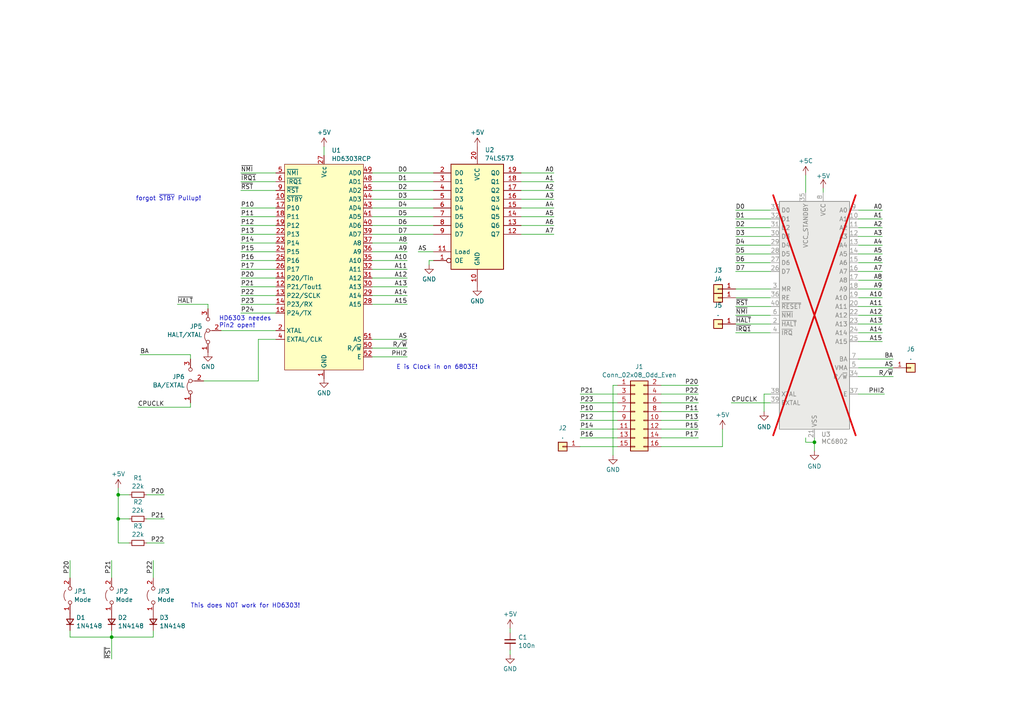
<source format=kicad_sch>
(kicad_sch (version 20230121) (generator eeschema)
  (paper "A4")
  (lib_symbols
    (symbol "74xx:74LS573" (pin_names (offset 1.016))
      (property "Reference" "U" (at -7.62 16.51 0))
      (property "Value" "74LS573" (at -7.62 -16.51 0))
      (symbol "74LS573_1_0"
        (pin input inverted (at -12.7 -12.7 0) (length 5.08) (name "OE") (number "1"))
        (pin power_in line (at 0 -20.32 90) (length 5.08) (name "GND") (number "10"))
        (pin input line (at -12.7 -10.16 0) (length 5.08) (name "Load") (number "11"))
        (pin tri_state line (at 12.7 -5.08 180) (length 5.08) (name "Q7") (number "12"))
        (pin tri_state line (at 12.7 -2.54 180) (length 5.08) (name "Q6") (number "13"))
        (pin tri_state line (at 12.7 0 180) (length 5.08) (name "Q5") (number "14"))
        (pin tri_state line (at 12.7 2.54 180) (length 5.08) (name "Q4") (number "15"))
        (pin tri_state line (at 12.7 5.08 180) (length 5.08) (name "Q3") (number "16"))
        (pin tri_state line (at 12.7 7.62 180) (length 5.08) (name "Q2") (number "17"))
        (pin tri_state line (at 12.7 10.16 180) (length 5.08) (name "Q1") (number "18"))
        (pin tri_state line (at 12.7 12.7 180) (length 5.08) (name "Q0") (number "19"))
        (pin input line (at -12.7 12.7 0) (length 5.08) (name "D0") (number "2"))
        (pin power_in line (at 0 20.32 270) (length 5.08) (name "VCC") (number "20"))
        (pin input line (at -12.7 10.16 0) (length 5.08) (name "D1") (number "3"))
        (pin input line (at -12.7 7.62 0) (length 5.08) (name "D2") (number "4"))
        (pin input line (at -12.7 5.08 0) (length 5.08) (name "D3") (number "5"))
        (pin input line (at -12.7 2.54 0) (length 5.08) (name "D4") (number "6"))
        (pin input line (at -12.7 0 0) (length 5.08) (name "D5") (number "7"))
        (pin input line (at -12.7 -2.54 0) (length 5.08) (name "D6") (number "8"))
        (pin input line (at -12.7 -5.08 0) (length 5.08) (name "D7") (number "9"))
      )
      (symbol "74LS573_1_1"
        (rectangle (start -7.62 15.24) (end 7.62 -15.24) (stroke (width 0.254)) (fill (type background)))
      )
    )
    (symbol "CPU_NXP_6800:MC6802"
      (property "Reference" "U" (at -8.89 34.29 0))
      (property "Value" "MC6802" (at 10.16 34.29 0))
      (symbol "MC6802_0_1"
        (rectangle (start -10.16 -33.02) (end 10.16 33.02) (stroke (width 0.254)) (fill (type background)))
      )
      (symbol "MC6802_1_1"
        (pin passive line (at 0 -35.56 90) (length 2.54) hide (name "VSS") (number "1"))
        (pin output line (at 12.7 27.94 180) (length 2.54) (name "A1") (number "10"))
        (pin output line (at 12.7 25.4 180) (length 2.54) (name "A2") (number "11"))
        (pin output line (at 12.7 22.86 180) (length 2.54) (name "A3") (number "12"))
        (pin output line (at 12.7 20.32 180) (length 2.54) (name "A4") (number "13"))
        (pin output line (at 12.7 17.78 180) (length 2.54) (name "A5") (number "14"))
        (pin output line (at 12.7 15.24 180) (length 2.54) (name "A6") (number "15"))
        (pin output line (at 12.7 12.7 180) (length 2.54) (name "A7") (number "16"))
        (pin output line (at 12.7 10.16 180) (length 2.54) (name "A8") (number "17"))
        (pin output line (at 12.7 7.62 180) (length 2.54) (name "A9") (number "18"))
        (pin output line (at 12.7 5.08 180) (length 2.54) (name "A10") (number "19"))
        (pin input line (at -12.7 -2.54 0) (length 2.54) (name "~{HALT}") (number "2"))
        (pin output line (at 12.7 2.54 180) (length 2.54) (name "A11") (number "20"))
        (pin power_in line (at 0 -35.56 90) (length 2.54) (name "VSS") (number "21"))
        (pin output line (at 12.7 0 180) (length 2.54) (name "A12") (number "22"))
        (pin output line (at 12.7 -2.54 180) (length 2.54) (name "A13") (number "23"))
        (pin output line (at 12.7 -5.08 180) (length 2.54) (name "A14") (number "24"))
        (pin output line (at 12.7 -7.62 180) (length 2.54) (name "A15") (number "25"))
        (pin bidirectional line (at -12.7 12.7 0) (length 2.54) (name "D7") (number "26"))
        (pin bidirectional line (at -12.7 15.24 0) (length 2.54) (name "D6") (number "27"))
        (pin bidirectional line (at -12.7 17.78 0) (length 2.54) (name "D5") (number "28"))
        (pin bidirectional line (at -12.7 20.32 0) (length 2.54) (name "D4") (number "29"))
        (pin input line (at -12.7 7.62 0) (length 2.54) (name "MR") (number "3"))
        (pin bidirectional line (at -12.7 22.86 0) (length 2.54) (name "D3") (number "30"))
        (pin bidirectional line (at -12.7 25.4 0) (length 2.54) (name "D2") (number "31"))
        (pin bidirectional line (at -12.7 27.94 0) (length 2.54) (name "D1") (number "32"))
        (pin bidirectional line (at -12.7 30.48 0) (length 2.54) (name "D0") (number "33"))
        (pin output line (at 12.7 -17.78 180) (length 2.54) (name "R/~{W}") (number "34"))
        (pin power_in line (at -2.54 35.56 270) (length 2.54) (name "VCC_STANDBY") (number "35"))
        (pin input line (at -12.7 5.08 0) (length 2.54) (name "RE") (number "36"))
        (pin output line (at 12.7 -22.86 180) (length 2.54) (name "E") (number "37"))
        (pin passive line (at -12.7 -22.86 0) (length 2.54) (name "XTAL") (number "38"))
        (pin passive line (at -12.7 -25.4 0) (length 2.54) (name "EXTAL") (number "39"))
        (pin input line (at -12.7 -5.08 0) (length 2.54) (name "~{IRQ}") (number "4"))
        (pin input line (at -12.7 2.54 0) (length 2.54) (name "~{RESET}") (number "40"))
        (pin output line (at 12.7 -15.24 180) (length 2.54) (name "VMA") (number "5"))
        (pin input line (at -12.7 0 0) (length 2.54) (name "~{NMI}") (number "6"))
        (pin output line (at 12.7 -12.7 180) (length 2.54) (name "BA") (number "7"))
        (pin power_in line (at 2.54 35.56 270) (length 2.54) (name "VCC") (number "8"))
        (pin output line (at 12.7 30.48 180) (length 2.54) (name "A0") (number "9"))
      )
    )
    (symbol "Connector_Generic:Conn_01x01" (pin_names (offset 1.016) hide)
      (property "Reference" "J" (at 0 2.54 0))
      (property "Value" "Conn_01x01" (at 0 -2.54 0))
      (symbol "Conn_01x01_1_1"
        (rectangle (start -1.27 0.127) (end 0 -0.127) (stroke (width 0.1524)))
        (rectangle (start -1.27 1.27) (end 1.27 -1.27) (stroke (width 0.254)) (fill (type background)))
        (pin passive line (at -5.08 0 0) (length 3.81) (name "Pin_1") (number "1"))
      )
    )
    (symbol "Connector_Generic:Conn_02x08_Odd_Even" (pin_names (offset 1.016) hide)
      (property "Reference" "J" (at 1.27 10.16 0))
      (property "Value" "Conn_02x08_Odd_Even" (at 1.27 -12.7 0))
      (symbol "Conn_02x08_Odd_Even_1_1"
        (rectangle (start -1.27 -10.033) (end 0 -10.287) (stroke (width 0.1524)))
        (rectangle (start -1.27 -7.493) (end 0 -7.747) (stroke (width 0.1524)))
        (rectangle (start -1.27 -4.953) (end 0 -5.207) (stroke (width 0.1524)))
        (rectangle (start -1.27 -2.413) (end 0 -2.667) (stroke (width 0.1524)))
        (rectangle (start -1.27 0.127) (end 0 -0.127) (stroke (width 0.1524)))
        (rectangle (start -1.27 2.667) (end 0 2.413) (stroke (width 0.1524)))
        (rectangle (start -1.27 5.207) (end 0 4.953) (stroke (width 0.1524)))
        (rectangle (start -1.27 7.747) (end 0 7.493) (stroke (width 0.1524)))
        (rectangle (start -1.27 8.89) (end 3.81 -11.43) (stroke (width 0.254)) (fill (type background)))
        (rectangle (start 3.81 -10.033) (end 2.54 -10.287) (stroke (width 0.1524)))
        (rectangle (start 3.81 -7.493) (end 2.54 -7.747) (stroke (width 0.1524)))
        (rectangle (start 3.81 -4.953) (end 2.54 -5.207) (stroke (width 0.1524)))
        (rectangle (start 3.81 -2.413) (end 2.54 -2.667) (stroke (width 0.1524)))
        (rectangle (start 3.81 0.127) (end 2.54 -0.127) (stroke (width 0.1524)))
        (rectangle (start 3.81 2.667) (end 2.54 2.413) (stroke (width 0.1524)))
        (rectangle (start 3.81 5.207) (end 2.54 4.953) (stroke (width 0.1524)))
        (rectangle (start 3.81 7.747) (end 2.54 7.493) (stroke (width 0.1524)))
        (pin passive line (at -5.08 7.62 0) (length 3.81) (name "Pin_1") (number "1"))
        (pin passive line (at 7.62 -2.54 180) (length 3.81) (name "Pin_10") (number "10"))
        (pin passive line (at -5.08 -5.08 0) (length 3.81) (name "Pin_11") (number "11"))
        (pin passive line (at 7.62 -5.08 180) (length 3.81) (name "Pin_12") (number "12"))
        (pin passive line (at -5.08 -7.62 0) (length 3.81) (name "Pin_13") (number "13"))
        (pin passive line (at 7.62 -7.62 180) (length 3.81) (name "Pin_14") (number "14"))
        (pin passive line (at -5.08 -10.16 0) (length 3.81) (name "Pin_15") (number "15"))
        (pin passive line (at 7.62 -10.16 180) (length 3.81) (name "Pin_16") (number "16"))
        (pin passive line (at 7.62 7.62 180) (length 3.81) (name "Pin_2") (number "2"))
        (pin passive line (at -5.08 5.08 0) (length 3.81) (name "Pin_3") (number "3"))
        (pin passive line (at 7.62 5.08 180) (length 3.81) (name "Pin_4") (number "4"))
        (pin passive line (at -5.08 2.54 0) (length 3.81) (name "Pin_5") (number "5"))
        (pin passive line (at 7.62 2.54 180) (length 3.81) (name "Pin_6") (number "6"))
        (pin passive line (at -5.08 0 0) (length 3.81) (name "Pin_7") (number "7"))
        (pin passive line (at 7.62 0 180) (length 3.81) (name "Pin_8") (number "8"))
        (pin passive line (at -5.08 -2.54 0) (length 3.81) (name "Pin_9") (number "9"))
      )
    )
    (symbol "Device:C_Small" (pin_numbers hide) (pin_names (offset 0.254) hide)
      (property "Reference" "C" (at 0.254 1.778 0))
      (property "Value" "C_Small" (at 0.254 -2.032 0))
      (symbol "C_Small_0_1"
        (polyline (pts (xy -1.524 -0.508) (xy 1.524 -0.508)) (stroke (width 0.3302)))
        (polyline (pts (xy -1.524 0.508) (xy 1.524 0.508)) (stroke (width 0.3048)))
      )
      (symbol "C_Small_1_1"
        (pin passive line (at 0 2.54 270) (length 2.032) (name "~") (number "1"))
        (pin passive line (at 0 -2.54 90) (length 2.032) (name "~") (number "2"))
      )
    )
    (symbol "Device:D_Small" (pin_numbers hide) (pin_names (offset 0.254) hide)
      (property "Reference" "D" (at -1.27 2.032 0))
      (property "Value" "D_Small" (at -3.81 -2.032 0))
      (symbol "D_Small_0_1"
        (polyline (pts (xy -0.762 -1.016) (xy -0.762 1.016)) (stroke (width 0.254)))
        (polyline (pts (xy -0.762 0) (xy 0.762 0)))
        (polyline (pts (xy 0.762 -1.016) (xy -0.762 0) (xy 0.762 1.016) (xy 0.762 -1.016)) (stroke (width 0.254)))
      )
      (symbol "D_Small_1_1"
        (pin passive line (at -2.54 0 0) (length 1.778) (name "K") (number "1"))
        (pin passive line (at 2.54 0 180) (length 1.778) (name "A") (number "2"))
      )
    )
    (symbol "Device:R_Small" (pin_numbers hide) (pin_names (offset 0.254) hide)
      (property "Reference" "R" (at 0.762 0.508 0))
      (property "Value" "R_Small" (at 0.762 -1.016 0))
      (symbol "R_Small_0_1"
        (rectangle (start -0.762 1.778) (end 0.762 -1.778) (stroke (width 0.2032)))
      )
      (symbol "R_Small_1_1"
        (pin passive line (at 0 2.54 270) (length 0.762) (name "~") (number "1"))
        (pin passive line (at 0 -2.54 90) (length 0.762) (name "~") (number "2"))
      )
    )
    (symbol "Jumper:Jumper_2_Open" (pin_names (offset 0) hide)
      (property "Reference" "JP" (at 0 2.794 0))
      (property "Value" "Jumper_2_Open" (at 0 -2.286 0))
      (symbol "Jumper_2_Open_0_0"
        (circle (center -2.032 0) (radius 0.508))
        (circle (center 2.032 0) (radius 0.508))
      )
      (symbol "Jumper_2_Open_0_1"
        (arc (start 1.524 1.27) (mid 0 1.778) (end -1.524 1.27))
      )
      (symbol "Jumper_2_Open_1_1"
        (pin passive line (at -5.08 0 0) (length 2.54) (name "A") (number "1"))
        (pin passive line (at 5.08 0 180) (length 2.54) (name "B") (number "2"))
      )
    )
    (symbol "Jumper:Jumper_3_Bridged12" (pin_names (offset 0) hide)
      (property "Reference" "JP" (at -2.54 -2.54 0))
      (property "Value" "Jumper_3_Bridged12" (at 0 2.794 0))
      (symbol "Jumper_3_Bridged12_0_0"
        (circle (center -3.302 0) (radius 0.508))
        (circle (center 0 0) (radius 0.508))
        (circle (center 3.302 0) (radius 0.508))
      )
      (symbol "Jumper_3_Bridged12_0_1"
        (arc (start -0.254 0.508) (mid -1.651 0.9912) (end -3.048 0.508))
        (polyline (pts (xy 0 -1.27) (xy 0 -0.508)))
      )
      (symbol "Jumper_3_Bridged12_1_1"
        (pin passive line (at -6.35 0 0) (length 2.54) (name "A") (number "1"))
        (pin passive line (at 0 -3.81 90) (length 2.54) (name "C") (number "2"))
        (pin passive line (at 6.35 0 180) (length 2.54) (name "B") (number "3"))
      )
    )
    (symbol "my_ics_new:HD6303RCP"
      (property "Reference" "U" (at 3.175 33.02 0))
      (property "Value" "HD6303RCP" (at 7.62 30.48 0))
      (symbol "HD6303RCP_1_1"
        (rectangle (start -11.43 29.21) (end 11.43 -30.48) (fill (type background)))
        (pin power_in line (at 0 -33.02 90) (length 2.54) (name "GND") (number "1"))
        (pin input line (at -13.97 19.05 0) (length 2.54) (name "~{STBY}") (number "10"))
        (pin bidirectional line (at -13.97 -3.81 0) (length 2.54) (name "P20/Tin") (number "11"))
        (pin bidirectional line (at -13.97 -6.35 0) (length 2.54) (name "P21/Tout1") (number "12"))
        (pin bidirectional line (at -13.97 -8.89 0) (length 2.54) (name "P22/SCLK") (number "13"))
        (pin bidirectional line (at -13.97 -11.43 0) (length 2.54) (name "P23/RX") (number "14"))
        (pin bidirectional line (at -13.97 -13.97 0) (length 2.54) (name "P24/TX") (number "15"))
        (pin power_in line (at -13.97 16.51 0) (length 2.54) (name "P10") (number "17"))
        (pin power_in line (at -13.97 13.97 0) (length 2.54) (name "P11") (number "18"))
        (pin power_in line (at -13.97 11.43 0) (length 2.54) (name "P12") (number "19"))
        (pin output line (at -13.97 -19.05 0) (length 2.54) (name "XTAL") (number "2"))
        (pin no_connect line (at -3.81 13.97 180) (length 2.54) hide (name "") (number "20"))
        (pin no_connect line (at -3.81 11.43 180) (length 2.54) hide (name "") (number "21"))
        (pin power_in line (at -13.97 8.89 0) (length 2.54) (name "P13") (number "22"))
        (pin power_in line (at -13.97 6.35 0) (length 2.54) (name "P14") (number "23"))
        (pin power_in line (at -13.97 3.81 0) (length 2.54) (name "P15") (number "24"))
        (pin power_in line (at -13.97 1.27 0) (length 2.54) (name "P16") (number "25"))
        (pin power_in line (at -13.97 -1.27 0) (length 2.54) (name "P17") (number "26"))
        (pin power_in line (at 0 31.75 270) (length 2.54) (name "Vcc") (number "27"))
        (pin power_in line (at 13.97 -11.43 180) (length 2.54) (name "A15") (number "28"))
        (pin power_in line (at 13.97 -8.89 180) (length 2.54) (name "A14") (number "29"))
        (pin power_in line (at 13.97 -6.35 180) (length 2.54) (name "A13") (number "30"))
        (pin power_in line (at 13.97 -3.81 180) (length 2.54) (name "A12") (number "31"))
        (pin power_in line (at 13.97 -1.27 180) (length 2.54) (name "A11") (number "32"))
        (pin no_connect line (at -3.81 8.89 180) (length 2.54) hide (name "") (number "33"))
        (pin no_connect line (at -3.81 6.35 180) (length 2.54) hide (name "") (number "34"))
        (pin power_in line (at 13.97 1.27 180) (length 2.54) (name "A10") (number "35"))
        (pin power_in line (at 13.97 3.81 180) (length 2.54) (name "A9") (number "36"))
        (pin power_in line (at 13.97 6.35 180) (length 2.54) (name "A8") (number "37"))
        (pin bidirectional line (at 13.97 8.89 180) (length 2.54) (name "AD7") (number "39"))
        (pin input line (at -13.97 -21.59 0) (length 2.54) (name "EXTAL/CLK") (number "4"))
        (pin bidirectional line (at 13.97 11.43 180) (length 2.54) (name "AD6") (number "40"))
        (pin bidirectional line (at 13.97 13.97 180) (length 2.54) (name "AD5") (number "41"))
        (pin no_connect line (at -3.81 3.81 180) (length 2.54) hide (name "") (number "42"))
        (pin bidirectional line (at 13.97 16.51 180) (length 2.54) (name "AD4") (number "43"))
        (pin bidirectional line (at 13.97 19.05 180) (length 2.54) (name "AD3") (number "44"))
        (pin bidirectional line (at 13.97 21.59 180) (length 2.54) (name "AD2") (number "45"))
        (pin no_connect line (at -3.81 1.27 180) (length 2.54) hide (name "") (number "46"))
        (pin no_connect line (at -3.81 -1.27 180) (length 2.54) hide (name "") (number "47"))
        (pin bidirectional line (at 13.97 24.13 180) (length 2.54) (name "AD1") (number "48"))
        (pin bidirectional line (at 13.97 26.67 180) (length 2.54) (name "AD0") (number "49"))
        (pin input line (at -13.97 26.67 0) (length 2.54) (name "~{NMI}") (number "5"))
        (pin output line (at 13.97 -24.13 180) (length 2.54) (name "R/~{W}") (number "50"))
        (pin output line (at 13.97 -21.59 180) (length 2.54) (name "AS") (number "51"))
        (pin output line (at 13.97 -26.67 180) (length 2.54) (name "E") (number "52"))
        (pin input line (at -13.97 24.13 0) (length 2.54) (name "~{IRQ1}") (number "6"))
        (pin no_connect line (at -3.81 19.05 180) (length 2.54) hide (name "") (number "7"))
        (pin no_connect line (at -3.81 16.51 180) (length 2.54) hide (name "") (number "8"))
        (pin input line (at -13.97 21.59 0) (length 2.54) (name "~{RST}") (number "9"))
      )
    )
    (symbol "power:+5C" (power) (pin_names (offset 0))
      (property "Value" "+5C" (at 0 3.556 0))
      (symbol "+5C_0_1"
        (polyline (pts (xy -0.762 1.27) (xy 0 2.54)))
        (polyline (pts (xy 0 0) (xy 0 2.54)))
        (polyline (pts (xy 0 2.54) (xy 0.762 1.27)))
      )
      (symbol "+5C_1_1"
        (pin power_in line (at 0 0 90) (length 0) hide (name "+5C") (number "1"))
      )
    )
    (symbol "power:+5V" (power) (pin_names (offset 0))
      (property "Value" "+5V" (at 0 3.556 0))
      (symbol "+5V_0_1"
        (polyline (pts (xy -0.762 1.27) (xy 0 2.54)))
        (polyline (pts (xy 0 0) (xy 0 2.54)))
        (polyline (pts (xy 0 2.54) (xy 0.762 1.27)))
      )
      (symbol "+5V_1_1"
        (pin power_in line (at 0 0 90) (length 0) hide (name "+5V") (number "1"))
      )
    )
    (symbol "power:GND" (power) (pin_names (offset 0))
      (property "Value" "GND" (at 0 -3.81 0))
      (symbol "GND_0_1"
        (polyline (pts (xy 0 0) (xy 0 -1.27) (xy 1.27 -1.27) (xy 0 -2.54) (xy -1.27 -1.27) (xy 0 -1.27)))
      )
      (symbol "GND_1_1"
        (pin power_in line (at 0 0 270) (length 0) hide (name "GND") (number "1"))
      )
    )
  )
  (junction (at 34.29 150.495))
  (junction (at 236.22 128.27))
  (junction (at 34.29 143.51))
  (junction (at 32.385 184.785))
  (wire (pts (xy 223.52 73.66) (xy 213.36 73.66)))
  (wire (pts (xy 248.92 99.06) (xy 255.905 99.06)))
  (wire (pts (xy 59.055 110.49) (xy 74.93 110.49)))
  (wire (pts (xy 191.77 127) (xy 202.565 127)))
  (wire (pts (xy 147.955 189.865) (xy 147.955 188.595)))
  (wire (pts (xy 259.08 104.14) (xy 248.92 104.14)))
  (wire (pts (xy 223.52 60.96) (xy 213.36 60.96)))
  (wire (pts (xy 151.13 52.705) (xy 160.655 52.705)))
  (wire (pts (xy 223.52 66.04) (xy 213.36 66.04)))
  (wire (pts (xy 69.85 88.265) (xy 80.01 88.265)))
  (wire (pts (xy 20.32 184.785) (xy 32.385 184.785)))
  (wire (pts (xy 107.95 55.245) (xy 125.73 55.245)))
  (wire (pts (xy 69.85 85.725) (xy 80.01 85.725)))
  (wire (pts (xy 213.36 83.82) (xy 223.52 83.82)))
  (wire (pts (xy 20.32 167.64) (xy 20.32 162.56)))
  (wire (pts (xy 212.09 116.84) (xy 223.52 116.84)))
  (wire (pts (xy 51.435 88.265) (xy 60.325 88.265)))
  (wire (pts (xy 233.68 128.27) (xy 233.68 127)))
  (wire (pts (xy 223.52 114.3) (xy 221.615 114.3)))
  (wire (pts (xy 32.385 184.785) (xy 44.45 184.785)))
  (wire (pts (xy 107.95 73.025) (xy 118.11 73.025)))
  (wire (pts (xy 42.545 157.48) (xy 47.625 157.48)))
  (wire (pts (xy 74.93 110.49) (xy 74.93 98.425)))
  (wire (pts (xy 191.77 129.54) (xy 209.55 129.54)))
  (wire (pts (xy 213.36 88.9) (xy 223.52 88.9)))
  (wire (pts (xy 151.13 60.325) (xy 160.655 60.325)))
  (wire (pts (xy 213.36 96.52) (xy 223.52 96.52)))
  (wire (pts (xy 147.955 182.245) (xy 147.955 183.515)))
  (wire (pts (xy 55.245 116.84) (xy 55.245 118.11)))
  (wire (pts (xy 40.005 118.11) (xy 55.245 118.11)))
  (wire (pts (xy 213.36 86.36) (xy 223.52 86.36)))
  (wire (pts (xy 69.85 78.105) (xy 80.01 78.105)))
  (wire (pts (xy 107.95 75.565) (xy 118.11 75.565)))
  (wire (pts (xy 259.08 106.68) (xy 248.92 106.68)))
  (wire (pts (xy 69.85 83.185) (xy 80.01 83.185)))
  (wire (pts (xy 248.92 96.52) (xy 255.905 96.52)))
  (wire (pts (xy 107.95 57.785) (xy 125.73 57.785)))
  (wire (pts (xy 69.85 73.025) (xy 80.01 73.025)))
  (wire (pts (xy 32.385 184.785) (xy 32.385 191.135)))
  (wire (pts (xy 168.275 119.38) (xy 179.07 119.38)))
  (wire (pts (xy 191.77 116.84) (xy 202.565 116.84)))
  (wire (pts (xy 32.385 184.785) (xy 32.385 182.88)))
  (wire (pts (xy 168.275 121.92) (xy 179.07 121.92)))
  (wire (pts (xy 34.29 150.495) (xy 37.465 150.495)))
  (wire (pts (xy 168.275 124.46) (xy 179.07 124.46)))
  (wire (pts (xy 74.93 98.425) (xy 80.01 98.425)))
  (wire (pts (xy 248.92 93.98) (xy 255.905 93.98)))
  (wire (pts (xy 107.95 83.185) (xy 118.11 83.185)))
  (wire (pts (xy 236.22 128.27) (xy 236.22 130.81)))
  (wire (pts (xy 223.52 68.58) (xy 213.36 68.58)))
  (wire (pts (xy 55.245 102.87) (xy 55.245 104.14)))
  (wire (pts (xy 191.77 119.38) (xy 202.565 119.38)))
  (wire (pts (xy 233.68 50.8) (xy 233.68 55.88)))
  (wire (pts (xy 60.325 89.535) (xy 60.325 88.265)))
  (wire (pts (xy 34.29 141.605) (xy 34.29 143.51)))
  (wire (pts (xy 44.45 184.785) (xy 44.45 182.88)))
  (wire (pts (xy 209.55 124.46) (xy 209.55 129.54)))
  (wire (pts (xy 191.77 124.46) (xy 202.565 124.46)))
  (wire (pts (xy 168.275 114.3) (xy 179.07 114.3)))
  (wire (pts (xy 107.95 52.705) (xy 125.73 52.705)))
  (wire (pts (xy 248.92 60.96) (xy 255.905 60.96)))
  (wire (pts (xy 34.29 150.495) (xy 34.29 157.48)))
  (wire (pts (xy 248.92 83.82) (xy 255.905 83.82)))
  (wire (pts (xy 238.76 54.61) (xy 238.76 55.88)))
  (wire (pts (xy 168.275 116.84) (xy 179.07 116.84)))
  (wire (pts (xy 34.29 143.51) (xy 37.465 143.51)))
  (wire (pts (xy 107.95 67.945) (xy 125.73 67.945)))
  (wire (pts (xy 107.95 70.485) (xy 118.11 70.485)))
  (wire (pts (xy 93.98 42.545) (xy 93.98 45.085)))
  (wire (pts (xy 221.615 114.3) (xy 221.615 119.38)))
  (wire (pts (xy 248.92 71.12) (xy 255.905 71.12)))
  (wire (pts (xy 151.13 65.405) (xy 160.655 65.405)))
  (wire (pts (xy 107.95 80.645) (xy 118.11 80.645)))
  (wire (pts (xy 179.07 111.76) (xy 177.8 111.76)))
  (wire (pts (xy 69.85 70.485) (xy 80.01 70.485)))
  (wire (pts (xy 248.92 73.66) (xy 255.905 73.66)))
  (wire (pts (xy 248.92 86.36) (xy 255.905 86.36)))
  (wire (pts (xy 69.85 65.405) (xy 80.01 65.405)))
  (wire (pts (xy 69.85 75.565) (xy 80.01 75.565)))
  (wire (pts (xy 69.85 67.945) (xy 80.01 67.945)))
  (wire (pts (xy 223.52 76.2) (xy 213.36 76.2)))
  (wire (pts (xy 151.13 50.165) (xy 160.655 50.165)))
  (wire (pts (xy 151.13 62.865) (xy 160.655 62.865)))
  (wire (pts (xy 42.545 143.51) (xy 47.625 143.51)))
  (wire (pts (xy 248.92 76.2) (xy 255.905 76.2)))
  (wire (pts (xy 69.85 60.325) (xy 80.01 60.325)))
  (wire (pts (xy 248.92 68.58) (xy 255.905 68.58)))
  (wire (pts (xy 177.8 111.76) (xy 177.8 132.08)))
  (wire (pts (xy 107.95 78.105) (xy 118.11 78.105)))
  (wire (pts (xy 69.85 50.165) (xy 80.01 50.165)))
  (wire (pts (xy 107.95 103.505) (xy 118.11 103.505)))
  (wire (pts (xy 248.92 88.9) (xy 255.905 88.9)))
  (wire (pts (xy 121.285 73.025) (xy 125.73 73.025)))
  (wire (pts (xy 191.77 111.76) (xy 202.565 111.76)))
  (wire (pts (xy 223.52 63.5) (xy 213.36 63.5)))
  (wire (pts (xy 125.73 75.565) (xy 124.46 75.565)))
  (wire (pts (xy 37.465 157.48) (xy 34.29 157.48)))
  (wire (pts (xy 248.92 78.74) (xy 255.905 78.74)))
  (wire (pts (xy 213.36 93.98) (xy 223.52 93.98)))
  (wire (pts (xy 42.545 150.495) (xy 47.625 150.495)))
  (wire (pts (xy 107.95 88.265) (xy 118.11 88.265)))
  (wire (pts (xy 248.92 91.44) (xy 255.905 91.44)))
  (wire (pts (xy 223.52 71.12) (xy 213.36 71.12)))
  (wire (pts (xy 107.95 50.165) (xy 125.73 50.165)))
  (wire (pts (xy 69.85 62.865) (xy 80.01 62.865)))
  (wire (pts (xy 34.29 143.51) (xy 34.29 150.495)))
  (wire (pts (xy 44.45 167.64) (xy 44.45 162.56)))
  (wire (pts (xy 248.92 63.5) (xy 255.905 63.5)))
  (wire (pts (xy 20.32 182.88) (xy 20.32 184.785)))
  (wire (pts (xy 151.13 55.245) (xy 160.655 55.245)))
  (wire (pts (xy 69.85 55.245) (xy 80.01 55.245)))
  (wire (pts (xy 213.36 91.44) (xy 223.52 91.44)))
  (wire (pts (xy 107.95 98.425) (xy 118.11 98.425)))
  (wire (pts (xy 259.08 109.22) (xy 248.92 109.22)))
  (wire (pts (xy 256.54 114.3) (xy 248.92 114.3)))
  (wire (pts (xy 191.77 121.92) (xy 202.565 121.92)))
  (wire (pts (xy 124.46 75.565) (xy 124.46 76.835)))
  (wire (pts (xy 223.52 78.74) (xy 213.36 78.74)))
  (wire (pts (xy 107.95 85.725) (xy 118.11 85.725)))
  (wire (pts (xy 107.95 65.405) (xy 125.73 65.405)))
  (wire (pts (xy 191.77 114.3) (xy 202.565 114.3)))
  (wire (pts (xy 107.95 60.325) (xy 125.73 60.325)))
  (wire (pts (xy 248.92 81.28) (xy 255.905 81.28)))
  (wire (pts (xy 236.22 127) (xy 236.22 128.27)))
  (wire (pts (xy 69.85 52.705) (xy 80.01 52.705)))
  (wire (pts (xy 168.275 127) (xy 179.07 127)))
  (wire (pts (xy 107.95 62.865) (xy 125.73 62.865)))
  (wire (pts (xy 151.13 67.945) (xy 160.655 67.945)))
  (wire (pts (xy 168.275 129.54) (xy 179.07 129.54)))
  (wire (pts (xy 248.92 66.04) (xy 255.905 66.04)))
  (wire (pts (xy 69.85 90.805) (xy 80.01 90.805)))
  (wire (pts (xy 236.22 128.27) (xy 233.68 128.27)))
  (wire (pts (xy 64.135 95.885) (xy 80.01 95.885)))
  (wire (pts (xy 69.85 80.645) (xy 80.01 80.645)))
  (wire (pts (xy 40.64 102.87) (xy 55.245 102.87)))
  (wire (pts (xy 32.385 167.64) (xy 32.385 162.56)))
  (wire (pts (xy 107.95 100.965) (xy 118.11 100.965)))
  (wire (pts (xy 151.13 57.785) (xy 160.655 57.785)))
  (text "forgot ~{STBY} Pullup!" (at 39.37 58.42 0) (effects (font (size 1.27 1.27)) (justify left bottom)))
  (text "This does NOT work for HD6303!" (at 55.245 176.53 0) (effects (font (size 1.27 1.27)) (justify left bottom)))
  (text "E is Clock in on 6803E!" (at 114.935 107.315 0) (effects (font (size 1.27 1.27)) (justify left bottom)))
  (text "HD6303 needes\nPin2 open!" (at 63.5 95.25 0) (effects (font (size 1.27 1.27)) (justify left bottom)))
  (label "P24" (at 69.85 90.805 0))
  (label "A8" (at 255.905 81.28 180))
  (label "P20" (at 202.565 111.76 180))
  (label "P16" (at 168.275 127 0))
  (label "D3" (at 118.11 57.785 180))
  (label "R{slash}~{W}" (at 118.11 100.965 180))
  (label "PHI2" (at 256.54 114.3 180))
  (label "P10" (at 69.85 60.325 0))
  (label "BA" (at 259.08 104.14 180))
  (label "PHI2" (at 118.11 103.505 180))
  (label "P15" (at 202.565 124.46 180))
  (label "P13" (at 69.85 67.945 0))
  (label "P23" (at 168.275 116.84 0))
  (label "D1" (at 213.36 63.5 0))
  (label "~{IRQ1}" (at 69.85 52.705 0))
  (label "A14" (at 255.905 96.52 180))
  (label "A7" (at 160.655 67.945 180))
  (label "D7" (at 213.36 78.74 0))
  (label "~{NMI}" (at 213.36 91.44 0))
  (label "P14" (at 168.275 124.46 0))
  (label "P17" (at 69.85 78.105 0))
  (label "A6" (at 255.905 76.2 180))
  (label "AS" (at 121.285 73.025 0))
  (label "A15" (at 118.11 88.265 180))
  (label "~{HALT}" (at 51.435 88.265 0))
  (label "R{slash}~{W}" (at 259.08 109.22 180))
  (label "P21" (at 47.625 150.495 180))
  (label "D3" (at 213.36 68.58 0))
  (label "P22" (at 202.565 114.3 180))
  (label "P11" (at 202.565 119.38 180))
  (label "D6" (at 213.36 76.2 0))
  (label "P17" (at 202.565 127 180))
  (label "A5" (at 255.905 73.66 180))
  (label "A6" (at 160.655 65.405 180))
  (label "A5" (at 160.655 62.865 180))
  (label "P21" (at 168.275 114.3 0))
  (label "P13" (at 202.565 121.92 180))
  (label "A1" (at 255.905 63.5 180))
  (label "P14" (at 69.85 70.485 0))
  (label "P20" (at 69.85 80.645 0))
  (label "P15" (at 69.85 73.025 0))
  (label "AS" (at 118.11 98.425 180))
  (label "D0" (at 213.36 60.96 0))
  (label "BA" (at 40.64 102.87 0))
  (label "D7" (at 118.11 67.945 180))
  (label "D2" (at 213.36 66.04 0))
  (label "~{IRQ1}" (at 213.36 96.52 0))
  (label "A3" (at 255.905 68.58 180))
  (label "D5" (at 213.36 73.66 0))
  (label "CPUCLK" (at 40.005 118.11 0))
  (label "A12" (at 118.11 80.645 180))
  (label "P24" (at 202.565 116.84 180))
  (label "AS" (at 259.08 106.68 180))
  (label "D6" (at 118.11 65.405 180))
  (label "A0" (at 255.905 60.96 180))
  (label "P10" (at 168.275 119.38 0))
  (label "D0" (at 118.11 50.165 180))
  (label "D1" (at 118.11 52.705 180))
  (label "P21" (at 32.385 162.56 270))
  (label "P22" (at 44.45 162.56 270))
  (label "D5" (at 118.11 62.865 180))
  (label "P23" (at 69.85 88.265 0))
  (label "P22" (at 47.625 157.48 180))
  (label "D2" (at 118.11 55.245 180))
  (label "A8" (at 118.11 70.485 180))
  (label "A0" (at 160.655 50.165 180))
  (label "A2" (at 255.905 66.04 180))
  (label "~{HALT}" (at 213.36 93.98 0))
  (label "~{RST}" (at 69.85 55.245 0))
  (label "A13" (at 118.11 83.185 180))
  (label "CPUCLK" (at 212.09 116.84 0))
  (label "A11" (at 255.905 88.9 180))
  (label "A9" (at 118.11 73.025 180))
  (label "A10" (at 118.11 75.565 180))
  (label "A10" (at 255.905 86.36 180))
  (label "P20" (at 47.625 143.51 180))
  (label "~{RST}" (at 213.36 88.9 0))
  (label "P22" (at 69.85 85.725 0))
  (label "A2" (at 160.655 55.245 180))
  (label "A12" (at 255.905 91.44 180))
  (label "A13" (at 255.905 93.98 180))
  (label "A4" (at 160.655 60.325 180))
  (label "A9" (at 255.905 83.82 180))
  (label "A3" (at 160.655 57.785 180))
  (label "P11" (at 69.85 62.865 0))
  (label "A7" (at 255.905 78.74 180))
  (label "A14" (at 118.11 85.725 180))
  (label "A4" (at 255.905 71.12 180))
  (label "P21" (at 69.85 83.185 0))
  (label "A15" (at 255.905 99.06 180))
  (label "A11" (at 118.11 78.105 180))
  (label "~{NMI}" (at 69.85 50.165 0))
  (label "P20" (at 20.32 162.56 270))
  (label "P16" (at 69.85 75.565 0))
  (label "P12" (at 69.85 65.405 0))
  (label "D4" (at 213.36 71.12 0))
  (label "P12" (at 168.275 121.92 0))
  (label "D4" (at 118.11 60.325 180))
  (label "A1" (at 160.655 52.705 180))
  (label "~{RST}" (at 32.385 191.135 90))
  (symbol (lib_id "power:GND") (at 60.325 102.235 0) (unit 1)
    (property "Reference" "#PWR08" (effects hide))
    (property "Value" "GND" (at 60.325 106.3681 0))
  )
  (symbol (lib_id "Connector_Generic:Conn_01x01") (at 208.28 83.82 0) (mirror y) (unit 1)
    (property "Reference" "J3" (at 208.28 78.4057 0))
    (property "Value" "." (at 208.28 80.8299 0))
    (property "Footprint" "Connector_PinHeader_2.00mm:PinHeader_1x01_P2.00mm_Vertical" (effects hide))
  )
  (symbol (lib_id "power:GND") (at 221.615 119.38 0) (mirror y) (unit 1)
    (property "Reference" "#PWR018" (effects hide))
    (property "Value" "GND" (at 221.615 123.8234 0))
  )
  (symbol (lib_id "Device:D_Small") (at 20.32 180.34 90) (unit 1)
    (property "Reference" "D1" (at 22.098 179.1279 90) (effects (justify right)))
    (property "Value" "1N4148" (at 22.098 181.5521 90) (effects (justify right)))
    (property "Footprint" "Diode_SMD:D_1206_3216Metric_Pad1.42x1.75mm_HandSolder" (effects hide))
    (property "Sim.Device" "D" (effects hide))
    (property "Sim.Pins" "1=K 2=A" (effects hide))
  )
  (symbol (lib_id "Jumper:Jumper_2_Open") (at 44.45 172.72 90) (unit 1)
    (property "Reference" "JP3" (at 45.593 171.5079 90) (effects (justify right)))
    (property "Value" "Mode" (at 45.593 173.9321 90) (effects (justify right)))
    (property "Footprint" "Connector_PinHeader_2.54mm:PinHeader_1x02_P2.54mm_Vertical" (effects hide))
  )
  (symbol (lib_id "Device:C_Small") (at 147.955 186.055 0) (unit 1)
    (property "Reference" "C1" (at 150.2791 184.8492 0) (effects (justify left)))
    (property "Value" "100n" (at 150.2791 187.2734 0) (effects (justify left)))
    (property "Footprint" "Capacitor_SMD:C_1206_3216Metric_Pad1.33x1.80mm_HandSolder" (effects hide))
  )
  (symbol (lib_id "Connector_Generic:Conn_02x08_Odd_Even") (at 184.15 119.38 0) (unit 1)
    (property "Reference" "J1" (at 185.42 106.3457 0))
    (property "Value" "Conn_02x08_Odd_Even" (at 185.42 108.7699 0))
    (property "Footprint" "Connector_PinHeader_2.54mm:PinHeader_2x08_P2.54mm_Horizontal" (effects hide))
  )
  (symbol (lib_id "Device:R_Small") (at 40.005 157.48 90) (unit 1)
    (property "Reference" "R3" (at 40.005 152.5991 90))
    (property "Value" "22k" (at 40.005 155.0233 90))
    (property "Footprint" "Resistor_SMD:R_1206_3216Metric_Pad1.30x1.75mm_HandSolder" (effects hide))
  )
  (symbol (lib_id "Device:D_Small") (at 44.45 180.34 90) (unit 1)
    (property "Reference" "D3" (at 46.228 179.1279 90) (effects (justify right)))
    (property "Value" "1N4148" (at 46.228 181.5521 90) (effects (justify right)))
    (property "Footprint" "Diode_SMD:D_1206_3216Metric_Pad1.42x1.75mm_HandSolder" (effects hide))
    (property "Sim.Device" "D" (effects hide))
    (property "Sim.Pins" "1=K 2=A" (effects hide))
  )
  (symbol (lib_id "power:GND") (at 93.98 109.855 0) (unit 1)
    (property "Reference" "#PWR02" (effects hide))
    (property "Value" "GND" (at 93.98 113.9881 0))
  )
  (symbol (lib_id "Device:R_Small") (at 40.005 150.495 90) (unit 1)
    (property "Reference" "R2" (at 40.005 145.6141 90))
    (property "Value" "22k" (at 40.005 148.0383 90))
    (property "Footprint" "Resistor_SMD:R_1206_3216Metric_Pad1.30x1.75mm_HandSolder" (effects hide))
  )
  (symbol (lib_id "power:GND") (at 177.8 132.08 0) (unit 1)
    (property "Reference" "#PWR015" (effects hide))
    (property "Value" "GND" (at 177.8 136.2131 0))
  )
  (symbol (lib_id "Jumper:Jumper_3_Bridged12") (at 60.325 95.885 90) (unit 1)
    (property "Reference" "JP5" (at 58.6989 94.6729 90) (effects (justify left)))
    (property "Value" "HALT/XTAL" (at 58.6989 97.0971 90) (effects (justify left)))
    (property "Footprint" "Connector_PinHeader_2.54mm:PinHeader_1x03_P2.54mm_Vertical" (effects hide))
  )
  (symbol (lib_id "power:GND") (at 147.955 189.865 0) (unit 1)
    (property "Reference" "#PWR04" (effects hide))
    (property "Value" "GND" (at 147.955 193.9981 0))
  )
  (symbol (lib_id "power:GND") (at 236.22 130.81 0) (mirror y) (unit 1)
    (property "Reference" "#PWR019" (effects hide))
    (property "Value" "GND" (at 236.22 135.2534 0))
  )
  (symbol (lib_id "power:+5V") (at 209.55 124.46 0) (unit 1)
    (property "Reference" "#PWR016" (effects hide))
    (property "Value" "+5V" (at 209.55 120.3269 0))
  )
  (symbol (lib_id "Device:D_Small") (at 32.385 180.34 90) (unit 1)
    (property "Reference" "D2" (at 34.163 179.1279 90) (effects (justify right)))
    (property "Value" "1N4148" (at 34.163 181.5521 90) (effects (justify right)))
    (property "Footprint" "Diode_SMD:D_1206_3216Metric_Pad1.42x1.75mm_HandSolder" (effects hide))
    (property "Sim.Device" "D" (effects hide))
    (property "Sim.Pins" "1=K 2=A" (effects hide))
  )
  (symbol (lib_id "power:+5V") (at 34.29 141.605 0) (unit 1)
    (property "Reference" "#PWR09" (effects hide))
    (property "Value" "+5V" (at 34.29 137.4719 0))
  )
  (symbol (lib_id "power:+5V") (at 238.76 54.61 0) (unit 1)
    (property "Reference" "#PWR017" (effects hide))
    (property "Value" "+5V" (at 238.76 51.0342 0))
  )
  (symbol (lib_id "Connector_Generic:Conn_01x01") (at 208.28 93.98 0) (mirror y) (unit 1)
    (property "Reference" "J5" (at 208.28 88.5657 0))
    (property "Value" "." (at 208.28 90.9899 0))
    (property "Footprint" "Connector_PinHeader_2.00mm:PinHeader_1x01_P2.00mm_Vertical" (effects hide))
  )
  (symbol (lib_id "Connector_Generic:Conn_01x01") (at 208.28 86.36 0) (mirror y) (unit 1)
    (property "Reference" "J4" (at 208.28 80.9457 0))
    (property "Value" "." (at 208.28 83.3699 0))
    (property "Footprint" "Connector_PinHeader_2.00mm:PinHeader_1x01_P2.00mm_Vertical" (effects hide))
  )
  (symbol (lib_id "Device:R_Small") (at 40.005 143.51 90) (unit 1)
    (property "Reference" "R1" (at 40.005 138.6291 90))
    (property "Value" "22k" (at 40.005 141.0533 90))
    (property "Footprint" "Resistor_SMD:R_1206_3216Metric_Pad1.30x1.75mm_HandSolder" (effects hide))
  )
  (symbol (lib_id "Connector_Generic:Conn_01x01") (at 264.16 106.68 0) (unit 1)
    (property "Reference" "J6" (at 264.16 101.2657 0))
    (property "Value" "." (at 264.16 103.6899 0))
    (property "Footprint" "Connector_PinHeader_2.00mm:PinHeader_1x01_P2.00mm_Vertical" (effects hide))
  )
  (symbol (lib_id "74xx:74LS573") (at 138.43 62.865 0) (unit 1)
    (property "Reference" "U2" (at 140.6241 43.4807 0) (effects (justify left)))
    (property "Value" "74LS573" (at 140.6241 45.9049 0) (effects (justify left)))
    (property "Footprint" "Package_DIP:DIP-20_W7.62mm_Socket_LongPads" (effects hide))
    (property "Datasheet" "74xx/74hc573.pdf" (effects hide))
  )
  (symbol (lib_id "power:+5C") (at 233.68 50.8 0) (unit 1)
    (property "Reference" "#PWR020" (effects hide))
    (property "Value" "+5C" (at 233.68 46.6669 0))
  )
  (symbol (lib_id "power:GND") (at 138.43 83.185 0) (unit 1)
    (property "Reference" "#PWR01" (effects hide))
    (property "Value" "GND" (at 138.43 87.3181 0))
  )
  (symbol (lib_id "my_ics_new:HD6303RCP") (at 93.98 76.835 0) (unit 1)
    (property "Reference" "U1" (at 96.1741 43.6077 0) (effects (justify left)))
    (property "Value" "HD6303RCP" (at 96.1741 46.0319 0) (effects (justify left)))
    (property "Footprint" "Package_LCC:PLCC-52_SMD-Socket" (effects hide))
  )
  (symbol (lib_id "power:+5V") (at 147.955 182.245 0) (unit 1)
    (property "Reference" "#PWR06" (effects hide))
    (property "Value" "+5V" (at 147.955 178.1119 0))
  )
  (symbol (lib_id "Connector_Generic:Conn_01x01") (at 163.195 129.54 0) (mirror y) (unit 1)
    (property "Reference" "J2" (at 163.195 124.1257 0))
    (property "Value" "." (at 163.195 126.5499 0))
    (property "Footprint" "Connector_PinHeader_2.00mm:PinHeader_1x01_P2.00mm_Vertical" (effects hide))
  )
  (symbol (lib_id "power:+5V") (at 93.98 42.545 0) (unit 1)
    (property "Reference" "#PWR03" (effects hide))
    (property "Value" "+5V" (at 93.98 38.4119 0))
  )
  (symbol (lib_id "Jumper:Jumper_3_Bridged12") (at 55.245 110.49 90) (unit 1)
    (property "Reference" "JP6" (at 53.6189 109.2779 90) (effects (justify left)))
    (property "Value" "BA/EXTAL" (at 53.6189 111.7021 90) (effects (justify left)))
    (property "Footprint" "Connector_PinHeader_2.54mm:PinHeader_1x03_P2.54mm_Vertical" (effects hide))
  )
  (symbol (lib_id "CPU_NXP_6800:MC6802") (at 236.22 91.44 0) (unit 1) (in_bom no) (dnp yes)
    (property "Reference" "U3" (at 238.1759 125.992 0) (effects (justify left)))
    (property "Value" "MC6802" (at 238.1759 128.04 0) (effects (justify left)))
    (property "Footprint" "Package_DIP:DIP-40_W15.24mm" (effects hide))
    (property "Datasheet" "https://www.jameco.com/Jameco/Products/ProdDS/43502.pdf" (effects hide))
  )
  (symbol (lib_id "power:+5V") (at 138.43 42.545 0) (unit 1)
    (property "Reference" "#PWR05" (effects hide))
    (property "Value" "+5V" (at 138.43 38.4119 0))
  )
  (symbol (lib_id "Jumper:Jumper_2_Open") (at 20.32 172.72 90) (unit 1)
    (property "Reference" "JP1" (at 21.463 171.5079 90) (effects (justify right)))
    (property "Value" "Mode" (at 21.463 173.9321 90) (effects (justify right)))
    (property "Footprint" "Connector_PinHeader_2.54mm:PinHeader_1x02_P2.54mm_Vertical" (effects hide))
  )
  (symbol (lib_id "power:GND") (at 124.46 76.835 0) (unit 1)
    (property "Reference" "#PWR07" (effects hide))
    (property "Value" "GND" (at 124.46 80.9681 0))
  )
  (symbol (lib_id "Jumper:Jumper_2_Open") (at 32.385 172.72 90) (unit 1)
    (property "Reference" "JP2" (at 33.528 171.5079 90) (effects (justify right)))
    (property "Value" "Mode" (at 33.528 173.9321 90) (effects (justify right)))
    (property "Footprint" "Connector_PinHeader_2.54mm:PinHeader_1x02_P2.54mm_Vertical" (effects hide))
  )
)
</source>
